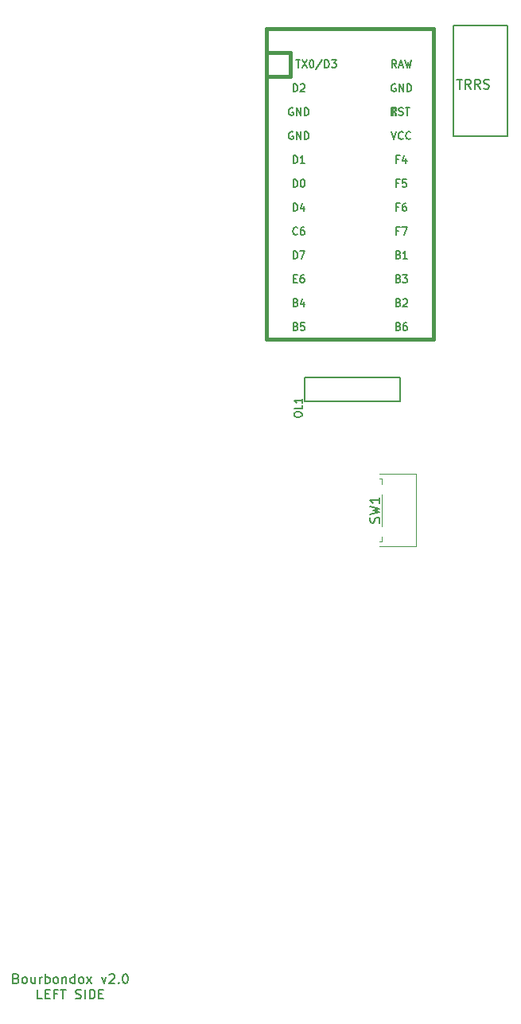
<source format=gto>
G04 #@! TF.GenerationSoftware,KiCad,Pcbnew,5.1.10*
G04 #@! TF.CreationDate,2022-03-09T15:21:35-05:00*
G04 #@! TF.ProjectId,bourbondox2_left,626f7572-626f-46e6-946f-78325f6c6566,rev?*
G04 #@! TF.SameCoordinates,Original*
G04 #@! TF.FileFunction,Legend,Top*
G04 #@! TF.FilePolarity,Positive*
%FSLAX46Y46*%
G04 Gerber Fmt 4.6, Leading zero omitted, Abs format (unit mm)*
G04 Created by KiCad (PCBNEW 5.1.10) date 2022-03-09 15:21:35*
%MOMM*%
%LPD*%
G01*
G04 APERTURE LIST*
%ADD10C,0.150000*%
%ADD11C,0.381000*%
%ADD12C,0.120000*%
G04 APERTURE END LIST*
D10*
X194263095Y-119753571D02*
X194405952Y-119801190D01*
X194453571Y-119848809D01*
X194501190Y-119944047D01*
X194501190Y-120086904D01*
X194453571Y-120182142D01*
X194405952Y-120229761D01*
X194310714Y-120277380D01*
X193929761Y-120277380D01*
X193929761Y-119277380D01*
X194263095Y-119277380D01*
X194358333Y-119325000D01*
X194405952Y-119372619D01*
X194453571Y-119467857D01*
X194453571Y-119563095D01*
X194405952Y-119658333D01*
X194358333Y-119705952D01*
X194263095Y-119753571D01*
X193929761Y-119753571D01*
X195072619Y-120277380D02*
X194977380Y-120229761D01*
X194929761Y-120182142D01*
X194882142Y-120086904D01*
X194882142Y-119801190D01*
X194929761Y-119705952D01*
X194977380Y-119658333D01*
X195072619Y-119610714D01*
X195215476Y-119610714D01*
X195310714Y-119658333D01*
X195358333Y-119705952D01*
X195405952Y-119801190D01*
X195405952Y-120086904D01*
X195358333Y-120182142D01*
X195310714Y-120229761D01*
X195215476Y-120277380D01*
X195072619Y-120277380D01*
X196263095Y-119610714D02*
X196263095Y-120277380D01*
X195834523Y-119610714D02*
X195834523Y-120134523D01*
X195882142Y-120229761D01*
X195977380Y-120277380D01*
X196120238Y-120277380D01*
X196215476Y-120229761D01*
X196263095Y-120182142D01*
X196739285Y-120277380D02*
X196739285Y-119610714D01*
X196739285Y-119801190D02*
X196786904Y-119705952D01*
X196834523Y-119658333D01*
X196929761Y-119610714D01*
X197025000Y-119610714D01*
X197358333Y-120277380D02*
X197358333Y-119277380D01*
X197358333Y-119658333D02*
X197453571Y-119610714D01*
X197644047Y-119610714D01*
X197739285Y-119658333D01*
X197786904Y-119705952D01*
X197834523Y-119801190D01*
X197834523Y-120086904D01*
X197786904Y-120182142D01*
X197739285Y-120229761D01*
X197644047Y-120277380D01*
X197453571Y-120277380D01*
X197358333Y-120229761D01*
X198405952Y-120277380D02*
X198310714Y-120229761D01*
X198263095Y-120182142D01*
X198215476Y-120086904D01*
X198215476Y-119801190D01*
X198263095Y-119705952D01*
X198310714Y-119658333D01*
X198405952Y-119610714D01*
X198548809Y-119610714D01*
X198644047Y-119658333D01*
X198691666Y-119705952D01*
X198739285Y-119801190D01*
X198739285Y-120086904D01*
X198691666Y-120182142D01*
X198644047Y-120229761D01*
X198548809Y-120277380D01*
X198405952Y-120277380D01*
X199167857Y-119610714D02*
X199167857Y-120277380D01*
X199167857Y-119705952D02*
X199215476Y-119658333D01*
X199310714Y-119610714D01*
X199453571Y-119610714D01*
X199548809Y-119658333D01*
X199596428Y-119753571D01*
X199596428Y-120277380D01*
X200501190Y-120277380D02*
X200501190Y-119277380D01*
X200501190Y-120229761D02*
X200405952Y-120277380D01*
X200215476Y-120277380D01*
X200120238Y-120229761D01*
X200072619Y-120182142D01*
X200025000Y-120086904D01*
X200025000Y-119801190D01*
X200072619Y-119705952D01*
X200120238Y-119658333D01*
X200215476Y-119610714D01*
X200405952Y-119610714D01*
X200501190Y-119658333D01*
X201120238Y-120277380D02*
X201025000Y-120229761D01*
X200977380Y-120182142D01*
X200929761Y-120086904D01*
X200929761Y-119801190D01*
X200977380Y-119705952D01*
X201025000Y-119658333D01*
X201120238Y-119610714D01*
X201263095Y-119610714D01*
X201358333Y-119658333D01*
X201405952Y-119705952D01*
X201453571Y-119801190D01*
X201453571Y-120086904D01*
X201405952Y-120182142D01*
X201358333Y-120229761D01*
X201263095Y-120277380D01*
X201120238Y-120277380D01*
X201786904Y-120277380D02*
X202310714Y-119610714D01*
X201786904Y-119610714D02*
X202310714Y-120277380D01*
X203358333Y-119610714D02*
X203596428Y-120277380D01*
X203834523Y-119610714D01*
X204167857Y-119372619D02*
X204215476Y-119325000D01*
X204310714Y-119277380D01*
X204548809Y-119277380D01*
X204644047Y-119325000D01*
X204691666Y-119372619D01*
X204739285Y-119467857D01*
X204739285Y-119563095D01*
X204691666Y-119705952D01*
X204120238Y-120277380D01*
X204739285Y-120277380D01*
X205167857Y-120182142D02*
X205215476Y-120229761D01*
X205167857Y-120277380D01*
X205120238Y-120229761D01*
X205167857Y-120182142D01*
X205167857Y-120277380D01*
X205834523Y-119277380D02*
X205929761Y-119277380D01*
X206025000Y-119325000D01*
X206072619Y-119372619D01*
X206120238Y-119467857D01*
X206167857Y-119658333D01*
X206167857Y-119896428D01*
X206120238Y-120086904D01*
X206072619Y-120182142D01*
X206025000Y-120229761D01*
X205929761Y-120277380D01*
X205834523Y-120277380D01*
X205739285Y-120229761D01*
X205691666Y-120182142D01*
X205644047Y-120086904D01*
X205596428Y-119896428D01*
X205596428Y-119658333D01*
X205644047Y-119467857D01*
X205691666Y-119372619D01*
X205739285Y-119325000D01*
X205834523Y-119277380D01*
X197025000Y-121927380D02*
X196548809Y-121927380D01*
X196548809Y-120927380D01*
X197358333Y-121403571D02*
X197691666Y-121403571D01*
X197834523Y-121927380D02*
X197358333Y-121927380D01*
X197358333Y-120927380D01*
X197834523Y-120927380D01*
X198596428Y-121403571D02*
X198263095Y-121403571D01*
X198263095Y-121927380D02*
X198263095Y-120927380D01*
X198739285Y-120927380D01*
X198977380Y-120927380D02*
X199548809Y-120927380D01*
X199263095Y-121927380D02*
X199263095Y-120927380D01*
X200596428Y-121879761D02*
X200739285Y-121927380D01*
X200977380Y-121927380D01*
X201072619Y-121879761D01*
X201120238Y-121832142D01*
X201167857Y-121736904D01*
X201167857Y-121641666D01*
X201120238Y-121546428D01*
X201072619Y-121498809D01*
X200977380Y-121451190D01*
X200786904Y-121403571D01*
X200691666Y-121355952D01*
X200644047Y-121308333D01*
X200596428Y-121213095D01*
X200596428Y-121117857D01*
X200644047Y-121022619D01*
X200691666Y-120975000D01*
X200786904Y-120927380D01*
X201025000Y-120927380D01*
X201167857Y-120975000D01*
X201596428Y-121927380D02*
X201596428Y-120927380D01*
X202072619Y-121927380D02*
X202072619Y-120927380D01*
X202310714Y-120927380D01*
X202453571Y-120975000D01*
X202548809Y-121070238D01*
X202596428Y-121165476D01*
X202644047Y-121355952D01*
X202644047Y-121498809D01*
X202596428Y-121689285D01*
X202548809Y-121784523D01*
X202453571Y-121879761D01*
X202310714Y-121927380D01*
X202072619Y-121927380D01*
X203072619Y-121403571D02*
X203405952Y-121403571D01*
X203548809Y-121927380D02*
X203072619Y-121927380D01*
X203072619Y-120927380D01*
X203548809Y-120927380D01*
D11*
G04 #@! TO.C,U1*
X223440000Y-21272500D02*
X220900000Y-21272500D01*
X220900000Y-18732500D02*
X220900000Y-21272500D01*
X238680000Y-18732500D02*
X220900000Y-18732500D01*
X238680000Y-21272500D02*
X238680000Y-18732500D01*
D10*
G36*
X234721568Y-27751860D02*
G01*
X234721568Y-27951860D01*
X234621568Y-27951860D01*
X234621568Y-27751860D01*
X234721568Y-27751860D01*
G37*
X234721568Y-27751860D02*
X234721568Y-27951860D01*
X234621568Y-27951860D01*
X234621568Y-27751860D01*
X234721568Y-27751860D01*
G36*
X234321568Y-27151860D02*
G01*
X234321568Y-27951860D01*
X234221568Y-27951860D01*
X234221568Y-27151860D01*
X234321568Y-27151860D01*
G37*
X234321568Y-27151860D02*
X234321568Y-27951860D01*
X234221568Y-27951860D01*
X234221568Y-27151860D01*
X234321568Y-27151860D01*
G36*
X234721568Y-27151860D02*
G01*
X234721568Y-27251860D01*
X234221568Y-27251860D01*
X234221568Y-27151860D01*
X234721568Y-27151860D01*
G37*
X234721568Y-27151860D02*
X234721568Y-27251860D01*
X234221568Y-27251860D01*
X234221568Y-27151860D01*
X234721568Y-27151860D01*
G36*
X234521568Y-27551860D02*
G01*
X234521568Y-27651860D01*
X234421568Y-27651860D01*
X234421568Y-27551860D01*
X234521568Y-27551860D01*
G37*
X234521568Y-27551860D02*
X234521568Y-27651860D01*
X234421568Y-27651860D01*
X234421568Y-27551860D01*
X234521568Y-27551860D01*
G36*
X234721568Y-27151860D02*
G01*
X234721568Y-27451860D01*
X234621568Y-27451860D01*
X234621568Y-27151860D01*
X234721568Y-27151860D01*
G37*
X234721568Y-27151860D02*
X234721568Y-27451860D01*
X234621568Y-27451860D01*
X234621568Y-27151860D01*
X234721568Y-27151860D01*
D11*
X223440000Y-23812500D02*
X220900000Y-23812500D01*
X223440000Y-21272500D02*
X223440000Y-23812500D01*
X238680000Y-51752500D02*
X238680000Y-21272500D01*
X220900000Y-51752500D02*
X238680000Y-51752500D01*
X220900000Y-21272500D02*
X220900000Y-51752500D01*
D12*
G04 #@! TO.C,SW1*
X233186250Y-68268750D02*
X233186250Y-71668750D01*
X233186250Y-66628750D02*
X233186250Y-67168750D01*
X233186250Y-72768750D02*
X233186250Y-73308750D01*
X233186250Y-73308750D02*
X232956250Y-73308750D01*
X236856250Y-66108750D02*
X232956250Y-66108750D01*
X236856250Y-73828750D02*
X232956250Y-73828750D01*
X236856250Y-66108750D02*
X236856250Y-73828750D01*
X233186250Y-66628750D02*
X232956250Y-66628750D01*
D10*
G04 #@! TO.C,OL1*
X224948750Y-58420000D02*
X224948750Y-55880000D01*
X235108750Y-55880000D02*
X235108750Y-58420000D01*
X224948750Y-55880000D02*
X235108750Y-55880000D01*
X224948750Y-58420000D02*
X235108750Y-58420000D01*
G04 #@! TO.C,J1*
X240781250Y-30156250D02*
X240781250Y-18406250D01*
X246581250Y-30156250D02*
X240781250Y-30156250D01*
X246581250Y-18406250D02*
X246581250Y-30156250D01*
X240781250Y-18406250D02*
X246581250Y-18406250D01*
G04 #@! TO.C,U1*
X224027651Y-22104404D02*
X224484794Y-22104404D01*
X224256223Y-22904404D02*
X224256223Y-22104404D01*
X224675270Y-22104404D02*
X225208604Y-22904404D01*
X225208604Y-22104404D02*
X224675270Y-22904404D01*
X225665747Y-22104404D02*
X225741937Y-22104404D01*
X225818128Y-22142500D01*
X225856223Y-22180595D01*
X225894318Y-22256785D01*
X225932413Y-22409166D01*
X225932413Y-22599642D01*
X225894318Y-22752023D01*
X225856223Y-22828214D01*
X225818128Y-22866309D01*
X225741937Y-22904404D01*
X225665747Y-22904404D01*
X225589556Y-22866309D01*
X225551461Y-22828214D01*
X225513366Y-22752023D01*
X225475270Y-22599642D01*
X225475270Y-22409166D01*
X225513366Y-22256785D01*
X225551461Y-22180595D01*
X225589556Y-22142500D01*
X225665747Y-22104404D01*
X226846699Y-22066309D02*
X226160985Y-23094880D01*
X227113366Y-22904404D02*
X227113366Y-22104404D01*
X227303842Y-22104404D01*
X227418128Y-22142500D01*
X227494318Y-22218690D01*
X227532413Y-22294880D01*
X227570508Y-22447261D01*
X227570508Y-22561547D01*
X227532413Y-22713928D01*
X227494318Y-22790119D01*
X227418128Y-22866309D01*
X227303842Y-22904404D01*
X227113366Y-22904404D01*
X227837175Y-22104404D02*
X228332413Y-22104404D01*
X228065747Y-22409166D01*
X228180032Y-22409166D01*
X228256223Y-22447261D01*
X228294318Y-22485357D01*
X228332413Y-22561547D01*
X228332413Y-22752023D01*
X228294318Y-22828214D01*
X228256223Y-22866309D01*
X228180032Y-22904404D01*
X227951461Y-22904404D01*
X227875270Y-22866309D01*
X227837175Y-22828214D01*
X223738523Y-25444404D02*
X223738523Y-24644404D01*
X223929000Y-24644404D01*
X224043285Y-24682500D01*
X224119476Y-24758690D01*
X224157571Y-24834880D01*
X224195666Y-24987261D01*
X224195666Y-25101547D01*
X224157571Y-25253928D01*
X224119476Y-25330119D01*
X224043285Y-25406309D01*
X223929000Y-25444404D01*
X223738523Y-25444404D01*
X224500428Y-24720595D02*
X224538523Y-24682500D01*
X224614714Y-24644404D01*
X224805190Y-24644404D01*
X224881380Y-24682500D01*
X224919476Y-24720595D01*
X224957571Y-24796785D01*
X224957571Y-24872976D01*
X224919476Y-24987261D01*
X224462333Y-25444404D01*
X224957571Y-25444404D01*
X223738523Y-35604404D02*
X223738523Y-34804404D01*
X223929000Y-34804404D01*
X224043285Y-34842500D01*
X224119476Y-34918690D01*
X224157571Y-34994880D01*
X224195666Y-35147261D01*
X224195666Y-35261547D01*
X224157571Y-35413928D01*
X224119476Y-35490119D01*
X224043285Y-35566309D01*
X223929000Y-35604404D01*
X223738523Y-35604404D01*
X224690904Y-34804404D02*
X224767095Y-34804404D01*
X224843285Y-34842500D01*
X224881380Y-34880595D01*
X224919476Y-34956785D01*
X224957571Y-35109166D01*
X224957571Y-35299642D01*
X224919476Y-35452023D01*
X224881380Y-35528214D01*
X224843285Y-35566309D01*
X224767095Y-35604404D01*
X224690904Y-35604404D01*
X224614714Y-35566309D01*
X224576619Y-35528214D01*
X224538523Y-35452023D01*
X224500428Y-35299642D01*
X224500428Y-35109166D01*
X224538523Y-34956785D01*
X224576619Y-34880595D01*
X224614714Y-34842500D01*
X224690904Y-34804404D01*
X223738523Y-33064404D02*
X223738523Y-32264404D01*
X223929000Y-32264404D01*
X224043285Y-32302500D01*
X224119476Y-32378690D01*
X224157571Y-32454880D01*
X224195666Y-32607261D01*
X224195666Y-32721547D01*
X224157571Y-32873928D01*
X224119476Y-32950119D01*
X224043285Y-33026309D01*
X223929000Y-33064404D01*
X223738523Y-33064404D01*
X224957571Y-33064404D02*
X224500428Y-33064404D01*
X224729000Y-33064404D02*
X224729000Y-32264404D01*
X224652809Y-32378690D01*
X224576619Y-32454880D01*
X224500428Y-32492976D01*
X223719476Y-29762500D02*
X223643285Y-29724404D01*
X223529000Y-29724404D01*
X223414714Y-29762500D01*
X223338523Y-29838690D01*
X223300428Y-29914880D01*
X223262333Y-30067261D01*
X223262333Y-30181547D01*
X223300428Y-30333928D01*
X223338523Y-30410119D01*
X223414714Y-30486309D01*
X223529000Y-30524404D01*
X223605190Y-30524404D01*
X223719476Y-30486309D01*
X223757571Y-30448214D01*
X223757571Y-30181547D01*
X223605190Y-30181547D01*
X224100428Y-30524404D02*
X224100428Y-29724404D01*
X224557571Y-30524404D01*
X224557571Y-29724404D01*
X224938523Y-30524404D02*
X224938523Y-29724404D01*
X225129000Y-29724404D01*
X225243285Y-29762500D01*
X225319476Y-29838690D01*
X225357571Y-29914880D01*
X225395666Y-30067261D01*
X225395666Y-30181547D01*
X225357571Y-30333928D01*
X225319476Y-30410119D01*
X225243285Y-30486309D01*
X225129000Y-30524404D01*
X224938523Y-30524404D01*
X223719476Y-27222500D02*
X223643285Y-27184404D01*
X223529000Y-27184404D01*
X223414714Y-27222500D01*
X223338523Y-27298690D01*
X223300428Y-27374880D01*
X223262333Y-27527261D01*
X223262333Y-27641547D01*
X223300428Y-27793928D01*
X223338523Y-27870119D01*
X223414714Y-27946309D01*
X223529000Y-27984404D01*
X223605190Y-27984404D01*
X223719476Y-27946309D01*
X223757571Y-27908214D01*
X223757571Y-27641547D01*
X223605190Y-27641547D01*
X224100428Y-27984404D02*
X224100428Y-27184404D01*
X224557571Y-27984404D01*
X224557571Y-27184404D01*
X224938523Y-27984404D02*
X224938523Y-27184404D01*
X225129000Y-27184404D01*
X225243285Y-27222500D01*
X225319476Y-27298690D01*
X225357571Y-27374880D01*
X225395666Y-27527261D01*
X225395666Y-27641547D01*
X225357571Y-27793928D01*
X225319476Y-27870119D01*
X225243285Y-27946309D01*
X225129000Y-27984404D01*
X224938523Y-27984404D01*
X223738523Y-38144404D02*
X223738523Y-37344404D01*
X223929000Y-37344404D01*
X224043285Y-37382500D01*
X224119476Y-37458690D01*
X224157571Y-37534880D01*
X224195666Y-37687261D01*
X224195666Y-37801547D01*
X224157571Y-37953928D01*
X224119476Y-38030119D01*
X224043285Y-38106309D01*
X223929000Y-38144404D01*
X223738523Y-38144404D01*
X224881380Y-37611071D02*
X224881380Y-38144404D01*
X224690904Y-37306309D02*
X224500428Y-37877738D01*
X224995666Y-37877738D01*
X224195666Y-40608214D02*
X224157571Y-40646309D01*
X224043285Y-40684404D01*
X223967095Y-40684404D01*
X223852809Y-40646309D01*
X223776619Y-40570119D01*
X223738523Y-40493928D01*
X223700428Y-40341547D01*
X223700428Y-40227261D01*
X223738523Y-40074880D01*
X223776619Y-39998690D01*
X223852809Y-39922500D01*
X223967095Y-39884404D01*
X224043285Y-39884404D01*
X224157571Y-39922500D01*
X224195666Y-39960595D01*
X224881380Y-39884404D02*
X224729000Y-39884404D01*
X224652809Y-39922500D01*
X224614714Y-39960595D01*
X224538523Y-40074880D01*
X224500428Y-40227261D01*
X224500428Y-40532023D01*
X224538523Y-40608214D01*
X224576619Y-40646309D01*
X224652809Y-40684404D01*
X224805190Y-40684404D01*
X224881380Y-40646309D01*
X224919476Y-40608214D01*
X224957571Y-40532023D01*
X224957571Y-40341547D01*
X224919476Y-40265357D01*
X224881380Y-40227261D01*
X224805190Y-40189166D01*
X224652809Y-40189166D01*
X224576619Y-40227261D01*
X224538523Y-40265357D01*
X224500428Y-40341547D01*
X223738523Y-43224404D02*
X223738523Y-42424404D01*
X223929000Y-42424404D01*
X224043285Y-42462500D01*
X224119476Y-42538690D01*
X224157571Y-42614880D01*
X224195666Y-42767261D01*
X224195666Y-42881547D01*
X224157571Y-43033928D01*
X224119476Y-43110119D01*
X224043285Y-43186309D01*
X223929000Y-43224404D01*
X223738523Y-43224404D01*
X224462333Y-42424404D02*
X224995666Y-42424404D01*
X224652809Y-43224404D01*
X223776619Y-45345357D02*
X224043285Y-45345357D01*
X224157571Y-45764404D02*
X223776619Y-45764404D01*
X223776619Y-44964404D01*
X224157571Y-44964404D01*
X224843285Y-44964404D02*
X224690904Y-44964404D01*
X224614714Y-45002500D01*
X224576619Y-45040595D01*
X224500428Y-45154880D01*
X224462333Y-45307261D01*
X224462333Y-45612023D01*
X224500428Y-45688214D01*
X224538523Y-45726309D01*
X224614714Y-45764404D01*
X224767095Y-45764404D01*
X224843285Y-45726309D01*
X224881380Y-45688214D01*
X224919476Y-45612023D01*
X224919476Y-45421547D01*
X224881380Y-45345357D01*
X224843285Y-45307261D01*
X224767095Y-45269166D01*
X224614714Y-45269166D01*
X224538523Y-45307261D01*
X224500428Y-45345357D01*
X224462333Y-45421547D01*
X224005190Y-47885357D02*
X224119476Y-47923452D01*
X224157571Y-47961547D01*
X224195666Y-48037738D01*
X224195666Y-48152023D01*
X224157571Y-48228214D01*
X224119476Y-48266309D01*
X224043285Y-48304404D01*
X223738523Y-48304404D01*
X223738523Y-47504404D01*
X224005190Y-47504404D01*
X224081380Y-47542500D01*
X224119476Y-47580595D01*
X224157571Y-47656785D01*
X224157571Y-47732976D01*
X224119476Y-47809166D01*
X224081380Y-47847261D01*
X224005190Y-47885357D01*
X223738523Y-47885357D01*
X224881380Y-47771071D02*
X224881380Y-48304404D01*
X224690904Y-47466309D02*
X224500428Y-48037738D01*
X224995666Y-48037738D01*
X224005190Y-50425357D02*
X224119476Y-50463452D01*
X224157571Y-50501547D01*
X224195666Y-50577738D01*
X224195666Y-50692023D01*
X224157571Y-50768214D01*
X224119476Y-50806309D01*
X224043285Y-50844404D01*
X223738523Y-50844404D01*
X223738523Y-50044404D01*
X224005190Y-50044404D01*
X224081380Y-50082500D01*
X224119476Y-50120595D01*
X224157571Y-50196785D01*
X224157571Y-50272976D01*
X224119476Y-50349166D01*
X224081380Y-50387261D01*
X224005190Y-50425357D01*
X223738523Y-50425357D01*
X224919476Y-50044404D02*
X224538523Y-50044404D01*
X224500428Y-50425357D01*
X224538523Y-50387261D01*
X224614714Y-50349166D01*
X224805190Y-50349166D01*
X224881380Y-50387261D01*
X224919476Y-50425357D01*
X224957571Y-50501547D01*
X224957571Y-50692023D01*
X224919476Y-50768214D01*
X224881380Y-50806309D01*
X224805190Y-50844404D01*
X224614714Y-50844404D01*
X224538523Y-50806309D01*
X224500428Y-50768214D01*
X234927190Y-50425357D02*
X235041476Y-50463452D01*
X235079571Y-50501547D01*
X235117666Y-50577738D01*
X235117666Y-50692023D01*
X235079571Y-50768214D01*
X235041476Y-50806309D01*
X234965285Y-50844404D01*
X234660523Y-50844404D01*
X234660523Y-50044404D01*
X234927190Y-50044404D01*
X235003380Y-50082500D01*
X235041476Y-50120595D01*
X235079571Y-50196785D01*
X235079571Y-50272976D01*
X235041476Y-50349166D01*
X235003380Y-50387261D01*
X234927190Y-50425357D01*
X234660523Y-50425357D01*
X235803380Y-50044404D02*
X235651000Y-50044404D01*
X235574809Y-50082500D01*
X235536714Y-50120595D01*
X235460523Y-50234880D01*
X235422428Y-50387261D01*
X235422428Y-50692023D01*
X235460523Y-50768214D01*
X235498619Y-50806309D01*
X235574809Y-50844404D01*
X235727190Y-50844404D01*
X235803380Y-50806309D01*
X235841476Y-50768214D01*
X235879571Y-50692023D01*
X235879571Y-50501547D01*
X235841476Y-50425357D01*
X235803380Y-50387261D01*
X235727190Y-50349166D01*
X235574809Y-50349166D01*
X235498619Y-50387261D01*
X235460523Y-50425357D01*
X235422428Y-50501547D01*
X234927190Y-45345357D02*
X235041476Y-45383452D01*
X235079571Y-45421547D01*
X235117666Y-45497738D01*
X235117666Y-45612023D01*
X235079571Y-45688214D01*
X235041476Y-45726309D01*
X234965285Y-45764404D01*
X234660523Y-45764404D01*
X234660523Y-44964404D01*
X234927190Y-44964404D01*
X235003380Y-45002500D01*
X235041476Y-45040595D01*
X235079571Y-45116785D01*
X235079571Y-45192976D01*
X235041476Y-45269166D01*
X235003380Y-45307261D01*
X234927190Y-45345357D01*
X234660523Y-45345357D01*
X235384333Y-44964404D02*
X235879571Y-44964404D01*
X235612904Y-45269166D01*
X235727190Y-45269166D01*
X235803380Y-45307261D01*
X235841476Y-45345357D01*
X235879571Y-45421547D01*
X235879571Y-45612023D01*
X235841476Y-45688214D01*
X235803380Y-45726309D01*
X235727190Y-45764404D01*
X235498619Y-45764404D01*
X235422428Y-45726309D01*
X235384333Y-45688214D01*
X234927190Y-42805357D02*
X235041476Y-42843452D01*
X235079571Y-42881547D01*
X235117666Y-42957738D01*
X235117666Y-43072023D01*
X235079571Y-43148214D01*
X235041476Y-43186309D01*
X234965285Y-43224404D01*
X234660523Y-43224404D01*
X234660523Y-42424404D01*
X234927190Y-42424404D01*
X235003380Y-42462500D01*
X235041476Y-42500595D01*
X235079571Y-42576785D01*
X235079571Y-42652976D01*
X235041476Y-42729166D01*
X235003380Y-42767261D01*
X234927190Y-42805357D01*
X234660523Y-42805357D01*
X235879571Y-43224404D02*
X235422428Y-43224404D01*
X235651000Y-43224404D02*
X235651000Y-42424404D01*
X235574809Y-42538690D01*
X235498619Y-42614880D01*
X235422428Y-42652976D01*
X234984333Y-32645357D02*
X234717666Y-32645357D01*
X234717666Y-33064404D02*
X234717666Y-32264404D01*
X235098619Y-32264404D01*
X235746238Y-32531071D02*
X235746238Y-33064404D01*
X235555761Y-32226309D02*
X235365285Y-32797738D01*
X235860523Y-32797738D01*
X234184333Y-29724404D02*
X234451000Y-30524404D01*
X234717666Y-29724404D01*
X235441476Y-30448214D02*
X235403380Y-30486309D01*
X235289095Y-30524404D01*
X235212904Y-30524404D01*
X235098619Y-30486309D01*
X235022428Y-30410119D01*
X234984333Y-30333928D01*
X234946238Y-30181547D01*
X234946238Y-30067261D01*
X234984333Y-29914880D01*
X235022428Y-29838690D01*
X235098619Y-29762500D01*
X235212904Y-29724404D01*
X235289095Y-29724404D01*
X235403380Y-29762500D01*
X235441476Y-29800595D01*
X236241476Y-30448214D02*
X236203380Y-30486309D01*
X236089095Y-30524404D01*
X236012904Y-30524404D01*
X235898619Y-30486309D01*
X235822428Y-30410119D01*
X235784333Y-30333928D01*
X235746238Y-30181547D01*
X235746238Y-30067261D01*
X235784333Y-29914880D01*
X235822428Y-29838690D01*
X235898619Y-29762500D01*
X236012904Y-29724404D01*
X236089095Y-29724404D01*
X236203380Y-29762500D01*
X236241476Y-29800595D01*
X234989786Y-27916309D02*
X235104072Y-27954404D01*
X235294548Y-27954404D01*
X235370739Y-27916309D01*
X235408834Y-27878214D01*
X235446929Y-27802023D01*
X235446929Y-27725833D01*
X235408834Y-27649642D01*
X235370739Y-27611547D01*
X235294548Y-27573452D01*
X235142167Y-27535357D01*
X235065977Y-27497261D01*
X235027881Y-27459166D01*
X234989786Y-27382976D01*
X234989786Y-27306785D01*
X235027881Y-27230595D01*
X235065977Y-27192500D01*
X235142167Y-27154404D01*
X235332643Y-27154404D01*
X235446929Y-27192500D01*
X235675500Y-27154404D02*
X236132643Y-27154404D01*
X235904072Y-27954404D02*
X235904072Y-27154404D01*
X234641476Y-24682500D02*
X234565285Y-24644404D01*
X234451000Y-24644404D01*
X234336714Y-24682500D01*
X234260523Y-24758690D01*
X234222428Y-24834880D01*
X234184333Y-24987261D01*
X234184333Y-25101547D01*
X234222428Y-25253928D01*
X234260523Y-25330119D01*
X234336714Y-25406309D01*
X234451000Y-25444404D01*
X234527190Y-25444404D01*
X234641476Y-25406309D01*
X234679571Y-25368214D01*
X234679571Y-25101547D01*
X234527190Y-25101547D01*
X235022428Y-25444404D02*
X235022428Y-24644404D01*
X235479571Y-25444404D01*
X235479571Y-24644404D01*
X235860523Y-25444404D02*
X235860523Y-24644404D01*
X236051000Y-24644404D01*
X236165285Y-24682500D01*
X236241476Y-24758690D01*
X236279571Y-24834880D01*
X236317666Y-24987261D01*
X236317666Y-25101547D01*
X236279571Y-25253928D01*
X236241476Y-25330119D01*
X236165285Y-25406309D01*
X236051000Y-25444404D01*
X235860523Y-25444404D01*
X234698619Y-22904404D02*
X234431952Y-22523452D01*
X234241476Y-22904404D02*
X234241476Y-22104404D01*
X234546238Y-22104404D01*
X234622428Y-22142500D01*
X234660523Y-22180595D01*
X234698619Y-22256785D01*
X234698619Y-22371071D01*
X234660523Y-22447261D01*
X234622428Y-22485357D01*
X234546238Y-22523452D01*
X234241476Y-22523452D01*
X235003380Y-22675833D02*
X235384333Y-22675833D01*
X234927190Y-22904404D02*
X235193857Y-22104404D01*
X235460523Y-22904404D01*
X235651000Y-22104404D02*
X235841476Y-22904404D01*
X235993857Y-22332976D01*
X236146238Y-22904404D01*
X236336714Y-22104404D01*
X234984333Y-35185357D02*
X234717666Y-35185357D01*
X234717666Y-35604404D02*
X234717666Y-34804404D01*
X235098619Y-34804404D01*
X235784333Y-34804404D02*
X235403380Y-34804404D01*
X235365285Y-35185357D01*
X235403380Y-35147261D01*
X235479571Y-35109166D01*
X235670047Y-35109166D01*
X235746238Y-35147261D01*
X235784333Y-35185357D01*
X235822428Y-35261547D01*
X235822428Y-35452023D01*
X235784333Y-35528214D01*
X235746238Y-35566309D01*
X235670047Y-35604404D01*
X235479571Y-35604404D01*
X235403380Y-35566309D01*
X235365285Y-35528214D01*
X234984333Y-37725357D02*
X234717666Y-37725357D01*
X234717666Y-38144404D02*
X234717666Y-37344404D01*
X235098619Y-37344404D01*
X235746238Y-37344404D02*
X235593857Y-37344404D01*
X235517666Y-37382500D01*
X235479571Y-37420595D01*
X235403380Y-37534880D01*
X235365285Y-37687261D01*
X235365285Y-37992023D01*
X235403380Y-38068214D01*
X235441476Y-38106309D01*
X235517666Y-38144404D01*
X235670047Y-38144404D01*
X235746238Y-38106309D01*
X235784333Y-38068214D01*
X235822428Y-37992023D01*
X235822428Y-37801547D01*
X235784333Y-37725357D01*
X235746238Y-37687261D01*
X235670047Y-37649166D01*
X235517666Y-37649166D01*
X235441476Y-37687261D01*
X235403380Y-37725357D01*
X235365285Y-37801547D01*
X234984333Y-40265357D02*
X234717666Y-40265357D01*
X234717666Y-40684404D02*
X234717666Y-39884404D01*
X235098619Y-39884404D01*
X235327190Y-39884404D02*
X235860523Y-39884404D01*
X235517666Y-40684404D01*
X234927190Y-47885357D02*
X235041476Y-47923452D01*
X235079571Y-47961547D01*
X235117666Y-48037738D01*
X235117666Y-48152023D01*
X235079571Y-48228214D01*
X235041476Y-48266309D01*
X234965285Y-48304404D01*
X234660523Y-48304404D01*
X234660523Y-47504404D01*
X234927190Y-47504404D01*
X235003380Y-47542500D01*
X235041476Y-47580595D01*
X235079571Y-47656785D01*
X235079571Y-47732976D01*
X235041476Y-47809166D01*
X235003380Y-47847261D01*
X234927190Y-47885357D01*
X234660523Y-47885357D01*
X235422428Y-47580595D02*
X235460523Y-47542500D01*
X235536714Y-47504404D01*
X235727190Y-47504404D01*
X235803380Y-47542500D01*
X235841476Y-47580595D01*
X235879571Y-47656785D01*
X235879571Y-47732976D01*
X235841476Y-47847261D01*
X235384333Y-48304404D01*
X235879571Y-48304404D01*
G04 #@! TO.C,SW1*
X232881011Y-71302083D02*
X232928630Y-71159226D01*
X232928630Y-70921130D01*
X232881011Y-70825892D01*
X232833392Y-70778273D01*
X232738154Y-70730654D01*
X232642916Y-70730654D01*
X232547678Y-70778273D01*
X232500059Y-70825892D01*
X232452440Y-70921130D01*
X232404821Y-71111607D01*
X232357202Y-71206845D01*
X232309583Y-71254464D01*
X232214345Y-71302083D01*
X232119107Y-71302083D01*
X232023869Y-71254464D01*
X231976250Y-71206845D01*
X231928630Y-71111607D01*
X231928630Y-70873511D01*
X231976250Y-70730654D01*
X231928630Y-70397321D02*
X232928630Y-70159226D01*
X232214345Y-69968750D01*
X232928630Y-69778273D01*
X231928630Y-69540178D01*
X232928630Y-68635416D02*
X232928630Y-69206845D01*
X232928630Y-68921130D02*
X231928630Y-68921130D01*
X232071488Y-69016369D01*
X232166726Y-69111607D01*
X232214345Y-69206845D01*
G04 #@! TO.C,OL1*
X223858645Y-59873447D02*
X223858645Y-59718628D01*
X223897350Y-59641219D01*
X223974759Y-59563809D01*
X224129578Y-59525104D01*
X224400511Y-59525104D01*
X224555330Y-59563809D01*
X224632740Y-59641219D01*
X224671445Y-59718628D01*
X224671445Y-59873447D01*
X224632740Y-59950857D01*
X224555330Y-60028266D01*
X224400511Y-60066971D01*
X224129578Y-60066971D01*
X223974759Y-60028266D01*
X223897350Y-59950857D01*
X223858645Y-59873447D01*
X224671445Y-58789714D02*
X224671445Y-59176761D01*
X223858645Y-59176761D01*
X224671445Y-58093028D02*
X224671445Y-58557485D01*
X224671445Y-58325257D02*
X223858645Y-58325257D01*
X223974759Y-58402666D01*
X224052169Y-58480076D01*
X224090873Y-58557485D01*
G04 #@! TO.C,J1*
X241169345Y-24158630D02*
X241740773Y-24158630D01*
X241455059Y-25158630D02*
X241455059Y-24158630D01*
X242645535Y-25158630D02*
X242312202Y-24682440D01*
X242074107Y-25158630D02*
X242074107Y-24158630D01*
X242455059Y-24158630D01*
X242550297Y-24206250D01*
X242597916Y-24253869D01*
X242645535Y-24349107D01*
X242645535Y-24491964D01*
X242597916Y-24587202D01*
X242550297Y-24634821D01*
X242455059Y-24682440D01*
X242074107Y-24682440D01*
X243645535Y-25158630D02*
X243312202Y-24682440D01*
X243074107Y-25158630D02*
X243074107Y-24158630D01*
X243455059Y-24158630D01*
X243550297Y-24206250D01*
X243597916Y-24253869D01*
X243645535Y-24349107D01*
X243645535Y-24491964D01*
X243597916Y-24587202D01*
X243550297Y-24634821D01*
X243455059Y-24682440D01*
X243074107Y-24682440D01*
X244026488Y-25111011D02*
X244169345Y-25158630D01*
X244407440Y-25158630D01*
X244502678Y-25111011D01*
X244550297Y-25063392D01*
X244597916Y-24968154D01*
X244597916Y-24872916D01*
X244550297Y-24777678D01*
X244502678Y-24730059D01*
X244407440Y-24682440D01*
X244216964Y-24634821D01*
X244121726Y-24587202D01*
X244074107Y-24539583D01*
X244026488Y-24444345D01*
X244026488Y-24349107D01*
X244074107Y-24253869D01*
X244121726Y-24206250D01*
X244216964Y-24158630D01*
X244455059Y-24158630D01*
X244597916Y-24206250D01*
G04 #@! TD*
M02*

</source>
